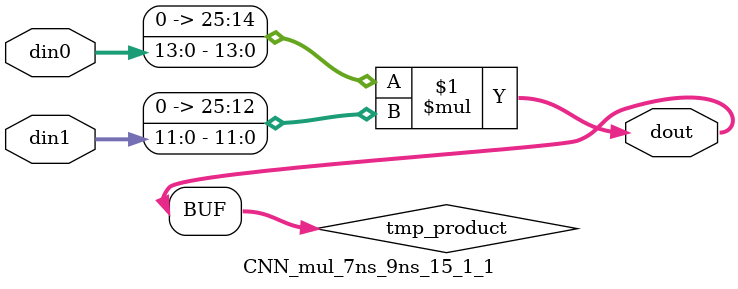
<source format=v>

`timescale 1 ns / 1 ps

 module CNN_mul_7ns_9ns_15_1_1(din0, din1, dout);
parameter ID = 1;
parameter NUM_STAGE = 0;
parameter din0_WIDTH = 14;
parameter din1_WIDTH = 12;
parameter dout_WIDTH = 26;

input [din0_WIDTH - 1 : 0] din0; 
input [din1_WIDTH - 1 : 0] din1; 
output [dout_WIDTH - 1 : 0] dout;

wire signed [dout_WIDTH - 1 : 0] tmp_product;
























assign tmp_product = $signed({1'b0, din0}) * $signed({1'b0, din1});











assign dout = tmp_product;





















endmodule

</source>
